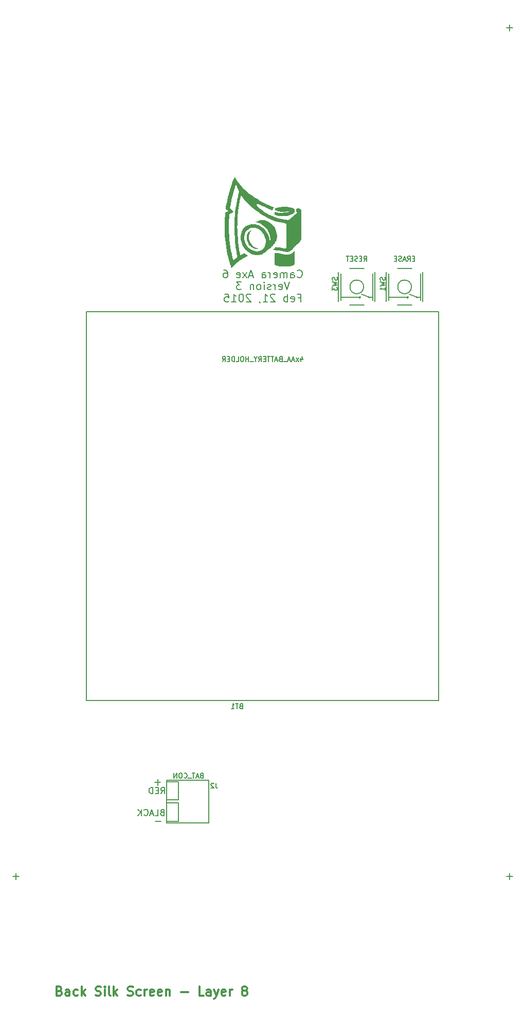
<source format=gbo>
G04 (created by PCBNEW (2013-07-07 BZR 4022)-stable) date 2/21/2016 2:52:37 PM*
%MOIN*%
G04 Gerber Fmt 3.4, Leading zero omitted, Abs format*
%FSLAX34Y34*%
G01*
G70*
G90*
G04 APERTURE LIST*
%ADD10C,0.00590551*%
%ADD11C,0.005*%
%ADD12C,0.0118*%
%ADD13C,0.008*%
%ADD14C,9.84252e-005*%
%ADD15C,0.0059*%
G04 APERTURE END LIST*
G54D10*
G54D11*
X42190Y-9011D02*
X41809Y-9011D01*
X42000Y-9202D02*
X42000Y-8821D01*
X10190Y-64011D02*
X9809Y-64011D01*
X10000Y-64202D02*
X10000Y-63821D01*
X42190Y-64011D02*
X41809Y-64011D01*
X42000Y-64202D02*
X42000Y-63821D01*
G54D12*
X12837Y-71429D02*
X12922Y-71457D01*
X12950Y-71485D01*
X12978Y-71542D01*
X12978Y-71626D01*
X12950Y-71682D01*
X12922Y-71711D01*
X12865Y-71739D01*
X12640Y-71739D01*
X12640Y-71148D01*
X12837Y-71148D01*
X12894Y-71176D01*
X12922Y-71204D01*
X12950Y-71260D01*
X12950Y-71317D01*
X12922Y-71373D01*
X12894Y-71401D01*
X12837Y-71429D01*
X12640Y-71429D01*
X13485Y-71739D02*
X13485Y-71429D01*
X13456Y-71373D01*
X13400Y-71345D01*
X13288Y-71345D01*
X13231Y-71373D01*
X13485Y-71711D02*
X13428Y-71739D01*
X13288Y-71739D01*
X13231Y-71711D01*
X13203Y-71654D01*
X13203Y-71598D01*
X13231Y-71542D01*
X13288Y-71514D01*
X13428Y-71514D01*
X13485Y-71485D01*
X14019Y-71711D02*
X13963Y-71739D01*
X13850Y-71739D01*
X13794Y-71711D01*
X13766Y-71682D01*
X13738Y-71626D01*
X13738Y-71457D01*
X13766Y-71401D01*
X13794Y-71373D01*
X13850Y-71345D01*
X13963Y-71345D01*
X14019Y-71373D01*
X14272Y-71739D02*
X14272Y-71148D01*
X14329Y-71514D02*
X14498Y-71739D01*
X14498Y-71345D02*
X14272Y-71570D01*
X15173Y-71711D02*
X15258Y-71739D01*
X15398Y-71739D01*
X15455Y-71711D01*
X15483Y-71682D01*
X15511Y-71626D01*
X15511Y-71570D01*
X15483Y-71514D01*
X15455Y-71485D01*
X15398Y-71457D01*
X15286Y-71429D01*
X15229Y-71401D01*
X15201Y-71373D01*
X15173Y-71317D01*
X15173Y-71260D01*
X15201Y-71204D01*
X15229Y-71176D01*
X15286Y-71148D01*
X15426Y-71148D01*
X15511Y-71176D01*
X15764Y-71739D02*
X15764Y-71345D01*
X15764Y-71148D02*
X15736Y-71176D01*
X15764Y-71204D01*
X15792Y-71176D01*
X15764Y-71148D01*
X15764Y-71204D01*
X16130Y-71739D02*
X16074Y-71711D01*
X16046Y-71654D01*
X16046Y-71148D01*
X16355Y-71739D02*
X16355Y-71148D01*
X16411Y-71514D02*
X16580Y-71739D01*
X16580Y-71345D02*
X16355Y-71570D01*
X17256Y-71711D02*
X17340Y-71739D01*
X17481Y-71739D01*
X17537Y-71711D01*
X17565Y-71682D01*
X17593Y-71626D01*
X17593Y-71570D01*
X17565Y-71514D01*
X17537Y-71485D01*
X17481Y-71457D01*
X17368Y-71429D01*
X17312Y-71401D01*
X17284Y-71373D01*
X17256Y-71317D01*
X17256Y-71260D01*
X17284Y-71204D01*
X17312Y-71176D01*
X17368Y-71148D01*
X17509Y-71148D01*
X17593Y-71176D01*
X18100Y-71711D02*
X18044Y-71739D01*
X17931Y-71739D01*
X17875Y-71711D01*
X17847Y-71682D01*
X17819Y-71626D01*
X17819Y-71457D01*
X17847Y-71401D01*
X17875Y-71373D01*
X17931Y-71345D01*
X18044Y-71345D01*
X18100Y-71373D01*
X18353Y-71739D02*
X18353Y-71345D01*
X18353Y-71457D02*
X18381Y-71401D01*
X18410Y-71373D01*
X18466Y-71345D01*
X18522Y-71345D01*
X18944Y-71711D02*
X18888Y-71739D01*
X18775Y-71739D01*
X18719Y-71711D01*
X18691Y-71654D01*
X18691Y-71429D01*
X18719Y-71373D01*
X18775Y-71345D01*
X18888Y-71345D01*
X18944Y-71373D01*
X18972Y-71429D01*
X18972Y-71485D01*
X18691Y-71542D01*
X19451Y-71711D02*
X19394Y-71739D01*
X19282Y-71739D01*
X19226Y-71711D01*
X19197Y-71654D01*
X19197Y-71429D01*
X19226Y-71373D01*
X19282Y-71345D01*
X19394Y-71345D01*
X19451Y-71373D01*
X19479Y-71429D01*
X19479Y-71485D01*
X19197Y-71542D01*
X19732Y-71345D02*
X19732Y-71739D01*
X19732Y-71401D02*
X19760Y-71373D01*
X19817Y-71345D01*
X19901Y-71345D01*
X19957Y-71373D01*
X19985Y-71429D01*
X19985Y-71739D01*
X20717Y-71514D02*
X21167Y-71514D01*
X22181Y-71739D02*
X21899Y-71739D01*
X21899Y-71148D01*
X22631Y-71739D02*
X22631Y-71429D01*
X22603Y-71373D01*
X22546Y-71345D01*
X22434Y-71345D01*
X22378Y-71373D01*
X22631Y-71711D02*
X22575Y-71739D01*
X22434Y-71739D01*
X22378Y-71711D01*
X22349Y-71654D01*
X22349Y-71598D01*
X22378Y-71542D01*
X22434Y-71514D01*
X22575Y-71514D01*
X22631Y-71485D01*
X22856Y-71345D02*
X22997Y-71739D01*
X23137Y-71345D02*
X22997Y-71739D01*
X22940Y-71879D01*
X22912Y-71908D01*
X22856Y-71936D01*
X23588Y-71711D02*
X23531Y-71739D01*
X23419Y-71739D01*
X23363Y-71711D01*
X23334Y-71654D01*
X23334Y-71429D01*
X23363Y-71373D01*
X23419Y-71345D01*
X23531Y-71345D01*
X23588Y-71373D01*
X23616Y-71429D01*
X23616Y-71485D01*
X23334Y-71542D01*
X23869Y-71739D02*
X23869Y-71345D01*
X23869Y-71457D02*
X23897Y-71401D01*
X23925Y-71373D01*
X23982Y-71345D01*
X24038Y-71345D01*
X24770Y-71401D02*
X24713Y-71373D01*
X24685Y-71345D01*
X24657Y-71288D01*
X24657Y-71260D01*
X24685Y-71204D01*
X24713Y-71176D01*
X24770Y-71148D01*
X24882Y-71148D01*
X24939Y-71176D01*
X24967Y-71204D01*
X24995Y-71260D01*
X24995Y-71288D01*
X24967Y-71345D01*
X24939Y-71373D01*
X24882Y-71401D01*
X24770Y-71401D01*
X24713Y-71429D01*
X24685Y-71457D01*
X24657Y-71514D01*
X24657Y-71626D01*
X24685Y-71682D01*
X24713Y-71711D01*
X24770Y-71739D01*
X24882Y-71739D01*
X24939Y-71711D01*
X24967Y-71682D01*
X24995Y-71626D01*
X24995Y-71514D01*
X24967Y-71457D01*
X24939Y-71429D01*
X24882Y-71401D01*
G54D13*
X19484Y-59852D02*
X19427Y-59871D01*
X19408Y-59890D01*
X19389Y-59928D01*
X19389Y-59985D01*
X19408Y-60023D01*
X19427Y-60042D01*
X19465Y-60061D01*
X19618Y-60061D01*
X19618Y-59661D01*
X19484Y-59661D01*
X19446Y-59680D01*
X19427Y-59700D01*
X19408Y-59738D01*
X19408Y-59776D01*
X19427Y-59814D01*
X19446Y-59833D01*
X19484Y-59852D01*
X19618Y-59852D01*
X19027Y-60061D02*
X19218Y-60061D01*
X19218Y-59661D01*
X18913Y-59947D02*
X18722Y-59947D01*
X18951Y-60061D02*
X18818Y-59661D01*
X18684Y-60061D01*
X18322Y-60023D02*
X18341Y-60042D01*
X18399Y-60061D01*
X18437Y-60061D01*
X18494Y-60042D01*
X18532Y-60004D01*
X18551Y-59966D01*
X18570Y-59890D01*
X18570Y-59833D01*
X18551Y-59757D01*
X18532Y-59719D01*
X18494Y-59680D01*
X18437Y-59661D01*
X18399Y-59661D01*
X18341Y-59680D01*
X18322Y-59700D01*
X18151Y-60061D02*
X18151Y-59661D01*
X17922Y-60061D02*
X18094Y-59833D01*
X17922Y-59661D02*
X18151Y-59890D01*
X19397Y-58641D02*
X19530Y-58451D01*
X19625Y-58641D02*
X19625Y-58241D01*
X19473Y-58241D01*
X19435Y-58260D01*
X19416Y-58280D01*
X19397Y-58318D01*
X19397Y-58375D01*
X19416Y-58413D01*
X19435Y-58432D01*
X19473Y-58451D01*
X19625Y-58451D01*
X19225Y-58432D02*
X19092Y-58432D01*
X19035Y-58641D02*
X19225Y-58641D01*
X19225Y-58241D01*
X19035Y-58241D01*
X18863Y-58641D02*
X18863Y-58241D01*
X18768Y-58241D01*
X18711Y-58260D01*
X18673Y-58299D01*
X18654Y-58337D01*
X18635Y-58413D01*
X18635Y-58470D01*
X18654Y-58546D01*
X18673Y-58584D01*
X18711Y-58622D01*
X18768Y-58641D01*
X18863Y-58641D01*
X19410Y-60431D02*
X19029Y-60431D01*
X19380Y-57911D02*
X18999Y-57911D01*
X19190Y-58102D02*
X19190Y-57721D01*
X28249Y-25154D02*
X28273Y-25178D01*
X28345Y-25202D01*
X28392Y-25202D01*
X28464Y-25178D01*
X28511Y-25130D01*
X28535Y-25083D01*
X28559Y-24988D01*
X28559Y-24916D01*
X28535Y-24821D01*
X28511Y-24773D01*
X28464Y-24726D01*
X28392Y-24702D01*
X28345Y-24702D01*
X28273Y-24726D01*
X28249Y-24750D01*
X27821Y-25202D02*
X27821Y-24940D01*
X27845Y-24892D01*
X27892Y-24869D01*
X27988Y-24869D01*
X28035Y-24892D01*
X27821Y-25178D02*
X27869Y-25202D01*
X27988Y-25202D01*
X28035Y-25178D01*
X28059Y-25130D01*
X28059Y-25083D01*
X28035Y-25035D01*
X27988Y-25011D01*
X27869Y-25011D01*
X27821Y-24988D01*
X27583Y-25202D02*
X27583Y-24869D01*
X27583Y-24916D02*
X27559Y-24892D01*
X27511Y-24869D01*
X27440Y-24869D01*
X27392Y-24892D01*
X27369Y-24940D01*
X27369Y-25202D01*
X27369Y-24940D02*
X27345Y-24892D01*
X27297Y-24869D01*
X27226Y-24869D01*
X27178Y-24892D01*
X27154Y-24940D01*
X27154Y-25202D01*
X26726Y-25178D02*
X26773Y-25202D01*
X26869Y-25202D01*
X26916Y-25178D01*
X26940Y-25130D01*
X26940Y-24940D01*
X26916Y-24892D01*
X26869Y-24869D01*
X26773Y-24869D01*
X26726Y-24892D01*
X26702Y-24940D01*
X26702Y-24988D01*
X26940Y-25035D01*
X26488Y-25202D02*
X26488Y-24869D01*
X26488Y-24964D02*
X26464Y-24916D01*
X26440Y-24892D01*
X26392Y-24869D01*
X26345Y-24869D01*
X25964Y-25202D02*
X25964Y-24940D01*
X25988Y-24892D01*
X26035Y-24869D01*
X26130Y-24869D01*
X26178Y-24892D01*
X25964Y-25178D02*
X26011Y-25202D01*
X26130Y-25202D01*
X26178Y-25178D01*
X26202Y-25130D01*
X26202Y-25083D01*
X26178Y-25035D01*
X26130Y-25011D01*
X26011Y-25011D01*
X25964Y-24988D01*
X25369Y-25059D02*
X25130Y-25059D01*
X25416Y-25202D02*
X25249Y-24702D01*
X25083Y-25202D01*
X24964Y-25202D02*
X24702Y-24869D01*
X24964Y-24869D02*
X24702Y-25202D01*
X24321Y-25178D02*
X24369Y-25202D01*
X24464Y-25202D01*
X24511Y-25178D01*
X24535Y-25130D01*
X24535Y-24940D01*
X24511Y-24892D01*
X24464Y-24869D01*
X24369Y-24869D01*
X24321Y-24892D01*
X24297Y-24940D01*
X24297Y-24988D01*
X24535Y-25035D01*
X23488Y-24702D02*
X23583Y-24702D01*
X23630Y-24726D01*
X23654Y-24750D01*
X23702Y-24821D01*
X23726Y-24916D01*
X23726Y-25107D01*
X23702Y-25154D01*
X23678Y-25178D01*
X23630Y-25202D01*
X23535Y-25202D01*
X23488Y-25178D01*
X23464Y-25154D01*
X23440Y-25107D01*
X23440Y-24988D01*
X23464Y-24940D01*
X23488Y-24916D01*
X23535Y-24892D01*
X23630Y-24892D01*
X23678Y-24916D01*
X23702Y-24940D01*
X23726Y-24988D01*
X27738Y-25482D02*
X27571Y-25982D01*
X27404Y-25482D01*
X27047Y-25958D02*
X27095Y-25982D01*
X27190Y-25982D01*
X27238Y-25958D01*
X27261Y-25910D01*
X27261Y-25720D01*
X27238Y-25672D01*
X27190Y-25649D01*
X27095Y-25649D01*
X27047Y-25672D01*
X27023Y-25720D01*
X27023Y-25768D01*
X27261Y-25815D01*
X26809Y-25982D02*
X26809Y-25649D01*
X26809Y-25744D02*
X26785Y-25696D01*
X26761Y-25672D01*
X26714Y-25649D01*
X26666Y-25649D01*
X26523Y-25958D02*
X26476Y-25982D01*
X26380Y-25982D01*
X26333Y-25958D01*
X26309Y-25910D01*
X26309Y-25887D01*
X26333Y-25839D01*
X26380Y-25815D01*
X26452Y-25815D01*
X26500Y-25791D01*
X26523Y-25744D01*
X26523Y-25720D01*
X26500Y-25672D01*
X26452Y-25649D01*
X26380Y-25649D01*
X26333Y-25672D01*
X26095Y-25982D02*
X26095Y-25649D01*
X26095Y-25482D02*
X26119Y-25506D01*
X26095Y-25530D01*
X26071Y-25506D01*
X26095Y-25482D01*
X26095Y-25530D01*
X25785Y-25982D02*
X25833Y-25958D01*
X25857Y-25934D01*
X25880Y-25887D01*
X25880Y-25744D01*
X25857Y-25696D01*
X25833Y-25672D01*
X25785Y-25649D01*
X25714Y-25649D01*
X25666Y-25672D01*
X25642Y-25696D01*
X25619Y-25744D01*
X25619Y-25887D01*
X25642Y-25934D01*
X25666Y-25958D01*
X25714Y-25982D01*
X25785Y-25982D01*
X25404Y-25649D02*
X25404Y-25982D01*
X25404Y-25696D02*
X25380Y-25672D01*
X25333Y-25649D01*
X25261Y-25649D01*
X25214Y-25672D01*
X25190Y-25720D01*
X25190Y-25982D01*
X24619Y-25482D02*
X24309Y-25482D01*
X24476Y-25672D01*
X24404Y-25672D01*
X24357Y-25696D01*
X24333Y-25720D01*
X24309Y-25768D01*
X24309Y-25887D01*
X24333Y-25934D01*
X24357Y-25958D01*
X24404Y-25982D01*
X24547Y-25982D01*
X24595Y-25958D01*
X24619Y-25934D01*
X28297Y-26500D02*
X28464Y-26500D01*
X28464Y-26762D02*
X28464Y-26262D01*
X28226Y-26262D01*
X27845Y-26738D02*
X27892Y-26762D01*
X27988Y-26762D01*
X28035Y-26738D01*
X28059Y-26690D01*
X28059Y-26500D01*
X28035Y-26452D01*
X27988Y-26429D01*
X27892Y-26429D01*
X27845Y-26452D01*
X27821Y-26500D01*
X27821Y-26548D01*
X28059Y-26595D01*
X27607Y-26762D02*
X27607Y-26262D01*
X27607Y-26452D02*
X27559Y-26429D01*
X27464Y-26429D01*
X27416Y-26452D01*
X27392Y-26476D01*
X27369Y-26524D01*
X27369Y-26667D01*
X27392Y-26714D01*
X27416Y-26738D01*
X27464Y-26762D01*
X27559Y-26762D01*
X27607Y-26738D01*
X26797Y-26310D02*
X26773Y-26286D01*
X26726Y-26262D01*
X26607Y-26262D01*
X26559Y-26286D01*
X26535Y-26310D01*
X26511Y-26357D01*
X26511Y-26405D01*
X26535Y-26476D01*
X26821Y-26762D01*
X26511Y-26762D01*
X26035Y-26762D02*
X26321Y-26762D01*
X26178Y-26762D02*
X26178Y-26262D01*
X26226Y-26333D01*
X26273Y-26381D01*
X26321Y-26405D01*
X25797Y-26738D02*
X25797Y-26762D01*
X25821Y-26810D01*
X25845Y-26833D01*
X25226Y-26310D02*
X25202Y-26286D01*
X25154Y-26262D01*
X25035Y-26262D01*
X24988Y-26286D01*
X24964Y-26310D01*
X24940Y-26357D01*
X24940Y-26405D01*
X24964Y-26476D01*
X25250Y-26762D01*
X24940Y-26762D01*
X24630Y-26262D02*
X24583Y-26262D01*
X24535Y-26286D01*
X24511Y-26310D01*
X24488Y-26357D01*
X24464Y-26452D01*
X24464Y-26571D01*
X24488Y-26667D01*
X24511Y-26714D01*
X24535Y-26738D01*
X24583Y-26762D01*
X24630Y-26762D01*
X24678Y-26738D01*
X24702Y-26714D01*
X24726Y-26667D01*
X24750Y-26571D01*
X24750Y-26452D01*
X24726Y-26357D01*
X24702Y-26310D01*
X24678Y-26286D01*
X24630Y-26262D01*
X23988Y-26762D02*
X24273Y-26762D01*
X24130Y-26762D02*
X24130Y-26262D01*
X24178Y-26333D01*
X24226Y-26381D01*
X24273Y-26405D01*
X23535Y-26262D02*
X23773Y-26262D01*
X23797Y-26500D01*
X23773Y-26476D01*
X23726Y-26452D01*
X23607Y-26452D01*
X23559Y-26476D01*
X23535Y-26500D01*
X23511Y-26548D01*
X23511Y-26667D01*
X23535Y-26714D01*
X23559Y-26738D01*
X23607Y-26762D01*
X23726Y-26762D01*
X23773Y-26738D01*
X23797Y-26714D01*
G54D14*
G36*
X23535Y-21872D02*
X23535Y-21982D01*
X23537Y-22087D01*
X23539Y-22119D01*
X23540Y-22172D01*
X23542Y-22224D01*
X23542Y-22272D01*
X23545Y-22312D01*
X23545Y-22347D01*
X23547Y-22370D01*
X23547Y-22385D01*
X23547Y-22385D01*
X23550Y-22405D01*
X23550Y-22434D01*
X23554Y-22465D01*
X23554Y-22479D01*
X23572Y-22712D01*
X23597Y-22950D01*
X23630Y-23192D01*
X23672Y-23435D01*
X23720Y-23675D01*
X23774Y-23910D01*
X23812Y-24055D01*
X23812Y-21905D01*
X23812Y-21829D01*
X23812Y-21754D01*
X23814Y-21682D01*
X23815Y-21615D01*
X23815Y-21559D01*
X23817Y-21509D01*
X23819Y-21492D01*
X23822Y-21430D01*
X23825Y-21370D01*
X23829Y-21314D01*
X23832Y-21259D01*
X23835Y-21210D01*
X23840Y-21165D01*
X23842Y-21130D01*
X23845Y-21102D01*
X23849Y-21085D01*
X23850Y-21080D01*
X23857Y-21074D01*
X23875Y-21064D01*
X23897Y-21050D01*
X23924Y-21035D01*
X23925Y-21034D01*
X23960Y-21015D01*
X23995Y-20995D01*
X24029Y-20975D01*
X24050Y-20965D01*
X24105Y-20934D01*
X23997Y-20824D01*
X23887Y-20715D01*
X23905Y-20592D01*
X23915Y-20534D01*
X23924Y-20480D01*
X23932Y-20430D01*
X23940Y-20380D01*
X23950Y-20330D01*
X23962Y-20277D01*
X23974Y-20220D01*
X23987Y-20157D01*
X24004Y-20084D01*
X24017Y-20025D01*
X24040Y-19930D01*
X24060Y-19845D01*
X24079Y-19770D01*
X24095Y-19700D01*
X24112Y-19639D01*
X24127Y-19580D01*
X24144Y-19525D01*
X24160Y-19472D01*
X24177Y-19417D01*
X24197Y-19360D01*
X24217Y-19302D01*
X24219Y-19297D01*
X24234Y-19254D01*
X24247Y-19220D01*
X24257Y-19197D01*
X24264Y-19184D01*
X24270Y-19177D01*
X24272Y-19175D01*
X24277Y-19180D01*
X24282Y-19197D01*
X24290Y-19219D01*
X24300Y-19245D01*
X24327Y-19317D01*
X24357Y-19395D01*
X24392Y-19475D01*
X24429Y-19550D01*
X24432Y-19557D01*
X24472Y-19635D01*
X24452Y-19702D01*
X24392Y-19937D01*
X24337Y-20182D01*
X24290Y-20435D01*
X24250Y-20700D01*
X24217Y-20974D01*
X24192Y-21257D01*
X24187Y-21327D01*
X24185Y-21370D01*
X24182Y-21422D01*
X24180Y-21485D01*
X24179Y-21555D01*
X24177Y-21630D01*
X24177Y-21710D01*
X24175Y-21792D01*
X24175Y-21875D01*
X24175Y-21959D01*
X24175Y-22040D01*
X24175Y-22119D01*
X24177Y-22192D01*
X24179Y-22259D01*
X24180Y-22317D01*
X24182Y-22365D01*
X24184Y-22395D01*
X24187Y-22440D01*
X24190Y-22490D01*
X24194Y-22540D01*
X24197Y-22584D01*
X24197Y-22602D01*
X24209Y-22774D01*
X24222Y-22935D01*
X24237Y-23087D01*
X24252Y-23232D01*
X24272Y-23372D01*
X24292Y-23510D01*
X24304Y-23579D01*
X24310Y-23622D01*
X24319Y-23667D01*
X24327Y-23712D01*
X24335Y-23755D01*
X24342Y-23792D01*
X24349Y-23825D01*
X24352Y-23849D01*
X24357Y-23862D01*
X24357Y-23862D01*
X24355Y-23870D01*
X24345Y-23880D01*
X24327Y-23895D01*
X24299Y-23915D01*
X24292Y-23920D01*
X24259Y-23944D01*
X24220Y-23970D01*
X24184Y-23999D01*
X24160Y-24015D01*
X24135Y-24035D01*
X24115Y-24049D01*
X24100Y-24059D01*
X24092Y-24062D01*
X24090Y-24062D01*
X24089Y-24055D01*
X24084Y-24037D01*
X24075Y-24012D01*
X24067Y-23979D01*
X24057Y-23940D01*
X24049Y-23905D01*
X23995Y-23675D01*
X23950Y-23445D01*
X23910Y-23214D01*
X23877Y-22977D01*
X23850Y-22735D01*
X23830Y-22487D01*
X23819Y-22282D01*
X23817Y-22240D01*
X23815Y-22185D01*
X23814Y-22122D01*
X23812Y-22055D01*
X23812Y-21980D01*
X23812Y-21905D01*
X23812Y-24055D01*
X23834Y-24135D01*
X23837Y-24150D01*
X23845Y-24179D01*
X23857Y-24214D01*
X23869Y-24252D01*
X23882Y-24297D01*
X23897Y-24342D01*
X23912Y-24385D01*
X23925Y-24430D01*
X23940Y-24469D01*
X23950Y-24505D01*
X23960Y-24532D01*
X23967Y-24552D01*
X23972Y-24562D01*
X23972Y-24562D01*
X23977Y-24564D01*
X23990Y-24557D01*
X24007Y-24540D01*
X24015Y-24532D01*
X24132Y-24417D01*
X24245Y-24310D01*
X24360Y-24214D01*
X24479Y-24122D01*
X24600Y-24037D01*
X24710Y-23965D01*
X24742Y-23947D01*
X24780Y-23925D01*
X24824Y-23900D01*
X24869Y-23875D01*
X24914Y-23850D01*
X24955Y-23827D01*
X24992Y-23809D01*
X25020Y-23795D01*
X25020Y-23795D01*
X25037Y-23787D01*
X25047Y-23780D01*
X25049Y-23779D01*
X25042Y-23775D01*
X25029Y-23765D01*
X25009Y-23752D01*
X24992Y-23740D01*
X24962Y-23719D01*
X24929Y-23694D01*
X24899Y-23670D01*
X24890Y-23662D01*
X24870Y-23645D01*
X24852Y-23630D01*
X24839Y-23620D01*
X24835Y-23617D01*
X24827Y-23617D01*
X24810Y-23624D01*
X24787Y-23635D01*
X24757Y-23649D01*
X24722Y-23665D01*
X24687Y-23682D01*
X24650Y-23702D01*
X24615Y-23720D01*
X24602Y-23727D01*
X24582Y-23739D01*
X24567Y-23747D01*
X24560Y-23750D01*
X24560Y-23750D01*
X24559Y-23747D01*
X24555Y-23737D01*
X24550Y-23719D01*
X24545Y-23692D01*
X24537Y-23655D01*
X24527Y-23607D01*
X24520Y-23579D01*
X24479Y-23350D01*
X24442Y-23124D01*
X24412Y-22895D01*
X24390Y-22662D01*
X24372Y-22424D01*
X24360Y-22177D01*
X24359Y-22107D01*
X24357Y-22062D01*
X24357Y-22019D01*
X24355Y-21980D01*
X24355Y-21942D01*
X24355Y-21904D01*
X24355Y-21864D01*
X24357Y-21820D01*
X24357Y-21775D01*
X24359Y-21722D01*
X24360Y-21662D01*
X24362Y-21595D01*
X24365Y-21517D01*
X24369Y-21445D01*
X24375Y-21312D01*
X24385Y-21172D01*
X24399Y-21025D01*
X24415Y-20872D01*
X24434Y-20720D01*
X24450Y-20609D01*
X24460Y-20545D01*
X24470Y-20477D01*
X24482Y-20407D01*
X24495Y-20337D01*
X24507Y-20269D01*
X24520Y-20202D01*
X24534Y-20137D01*
X24547Y-20079D01*
X24559Y-20025D01*
X24570Y-19979D01*
X24580Y-19940D01*
X24589Y-19910D01*
X24597Y-19892D01*
X24597Y-19892D01*
X24612Y-19865D01*
X24670Y-19947D01*
X24785Y-20102D01*
X24912Y-20252D01*
X25050Y-20402D01*
X25199Y-20547D01*
X25355Y-20687D01*
X25520Y-20822D01*
X25695Y-20952D01*
X25875Y-21075D01*
X25987Y-21145D01*
X26167Y-21250D01*
X26349Y-21345D01*
X26532Y-21427D01*
X26717Y-21500D01*
X26907Y-21562D01*
X27104Y-21615D01*
X27307Y-21657D01*
X27427Y-21680D01*
X27465Y-21685D01*
X27492Y-21692D01*
X27510Y-21697D01*
X27522Y-21704D01*
X27530Y-21710D01*
X27535Y-21717D01*
X27535Y-21725D01*
X27537Y-21745D01*
X27537Y-21775D01*
X27537Y-21815D01*
X27539Y-21862D01*
X27540Y-21919D01*
X27540Y-21982D01*
X27540Y-22050D01*
X27540Y-22125D01*
X27540Y-22202D01*
X27540Y-22284D01*
X27540Y-22367D01*
X27540Y-22450D01*
X27540Y-22535D01*
X27540Y-22620D01*
X27540Y-22702D01*
X27540Y-22782D01*
X27540Y-22859D01*
X27540Y-22930D01*
X27539Y-22997D01*
X27539Y-23057D01*
X27537Y-23110D01*
X27537Y-23155D01*
X27537Y-23192D01*
X27535Y-23219D01*
X27535Y-23234D01*
X27534Y-23237D01*
X27522Y-23264D01*
X27502Y-23285D01*
X27477Y-23302D01*
X27464Y-23305D01*
X27444Y-23307D01*
X27412Y-23302D01*
X27370Y-23295D01*
X27362Y-23294D01*
X27252Y-23272D01*
X27142Y-23255D01*
X27037Y-23242D01*
X26937Y-23232D01*
X26905Y-23230D01*
X26840Y-23225D01*
X26794Y-23270D01*
X26770Y-23292D01*
X26740Y-23320D01*
X26709Y-23347D01*
X26690Y-23362D01*
X26630Y-23410D01*
X26740Y-23415D01*
X26912Y-23427D01*
X27077Y-23445D01*
X27237Y-23472D01*
X27387Y-23505D01*
X27435Y-23517D01*
X27472Y-23525D01*
X27502Y-23532D01*
X27527Y-23535D01*
X27550Y-23537D01*
X27570Y-23539D01*
X27577Y-23539D01*
X27640Y-23534D01*
X27700Y-23520D01*
X27757Y-23497D01*
X27757Y-23497D01*
X27774Y-23487D01*
X27789Y-23479D01*
X27805Y-23467D01*
X27822Y-23454D01*
X27842Y-23435D01*
X27865Y-23412D01*
X27895Y-23385D01*
X27930Y-23349D01*
X27970Y-23305D01*
X27985Y-23290D01*
X28014Y-23262D01*
X28047Y-23227D01*
X28087Y-23185D01*
X28129Y-23142D01*
X28172Y-23097D01*
X28214Y-23054D01*
X28237Y-23029D01*
X28290Y-22975D01*
X28334Y-22930D01*
X28370Y-22892D01*
X28400Y-22860D01*
X28425Y-22832D01*
X28445Y-22810D01*
X28460Y-22792D01*
X28472Y-22777D01*
X28480Y-22764D01*
X28487Y-22752D01*
X28492Y-22740D01*
X28497Y-22727D01*
X28502Y-22712D01*
X28502Y-22709D01*
X28505Y-22704D01*
X28507Y-22697D01*
X28507Y-22690D01*
X28509Y-22682D01*
X28510Y-22672D01*
X28510Y-22657D01*
X28512Y-22640D01*
X28512Y-22619D01*
X28514Y-22592D01*
X28514Y-22560D01*
X28515Y-22522D01*
X28515Y-22479D01*
X28515Y-22427D01*
X28515Y-22367D01*
X28515Y-22300D01*
X28517Y-22222D01*
X28517Y-22135D01*
X28517Y-22039D01*
X28517Y-21930D01*
X28517Y-21810D01*
X28517Y-21770D01*
X28520Y-20870D01*
X28504Y-20835D01*
X28477Y-20790D01*
X28444Y-20757D01*
X28405Y-20734D01*
X28359Y-20720D01*
X28340Y-20719D01*
X28320Y-20719D01*
X28292Y-20720D01*
X28262Y-20722D01*
X28232Y-20725D01*
X28205Y-20727D01*
X28185Y-20730D01*
X28172Y-20735D01*
X28170Y-20735D01*
X28169Y-20742D01*
X28167Y-20760D01*
X28167Y-20785D01*
X28167Y-20817D01*
X28167Y-20845D01*
X28169Y-20885D01*
X28170Y-20912D01*
X28170Y-20930D01*
X28172Y-20942D01*
X28175Y-20947D01*
X28177Y-20950D01*
X28182Y-20949D01*
X28202Y-20949D01*
X28220Y-20955D01*
X28230Y-20965D01*
X28232Y-20982D01*
X28227Y-21000D01*
X28212Y-21017D01*
X28205Y-21024D01*
X28194Y-21032D01*
X28175Y-21045D01*
X28155Y-21062D01*
X28152Y-21067D01*
X28137Y-21080D01*
X28114Y-21100D01*
X28085Y-21125D01*
X28050Y-21155D01*
X28014Y-21185D01*
X27977Y-21217D01*
X27940Y-21250D01*
X27907Y-21279D01*
X27877Y-21304D01*
X27852Y-21325D01*
X27839Y-21335D01*
X27819Y-21352D01*
X27795Y-21372D01*
X27772Y-21392D01*
X27770Y-21395D01*
X27745Y-21412D01*
X27720Y-21430D01*
X27697Y-21442D01*
X27697Y-21444D01*
X27679Y-21452D01*
X27662Y-21455D01*
X27644Y-21459D01*
X27619Y-21460D01*
X27597Y-21460D01*
X27540Y-21457D01*
X27472Y-21450D01*
X27399Y-21439D01*
X27317Y-21425D01*
X27230Y-21407D01*
X27142Y-21385D01*
X27052Y-21362D01*
X26962Y-21337D01*
X26875Y-21310D01*
X26790Y-21282D01*
X26764Y-21272D01*
X26702Y-21247D01*
X26632Y-21217D01*
X26555Y-21180D01*
X26472Y-21140D01*
X26387Y-21095D01*
X26300Y-21047D01*
X26212Y-20999D01*
X26149Y-20960D01*
X26034Y-20890D01*
X25932Y-20817D01*
X25840Y-20745D01*
X25757Y-20670D01*
X25732Y-20645D01*
X25687Y-20599D01*
X25652Y-20557D01*
X25629Y-20520D01*
X25615Y-20489D01*
X25612Y-20462D01*
X25615Y-20452D01*
X25625Y-20437D01*
X25640Y-20429D01*
X25660Y-20425D01*
X25690Y-20427D01*
X25725Y-20435D01*
X25769Y-20450D01*
X25820Y-20470D01*
X25882Y-20497D01*
X25952Y-20530D01*
X26017Y-20564D01*
X26139Y-20624D01*
X26255Y-20679D01*
X26364Y-20730D01*
X26465Y-20774D01*
X26550Y-20810D01*
X26582Y-20822D01*
X26610Y-20834D01*
X26632Y-20842D01*
X26645Y-20847D01*
X26647Y-20847D01*
X26650Y-20842D01*
X26650Y-20827D01*
X26652Y-20805D01*
X26654Y-20802D01*
X26660Y-20757D01*
X26677Y-20715D01*
X26705Y-20675D01*
X26707Y-20672D01*
X26727Y-20647D01*
X26620Y-20605D01*
X26420Y-20522D01*
X26224Y-20434D01*
X26030Y-20335D01*
X25842Y-20232D01*
X25657Y-20122D01*
X25479Y-20007D01*
X25307Y-19889D01*
X25145Y-19765D01*
X24992Y-19637D01*
X24849Y-19507D01*
X24715Y-19377D01*
X24677Y-19337D01*
X24590Y-19237D01*
X24510Y-19144D01*
X24440Y-19052D01*
X24377Y-18962D01*
X24320Y-18872D01*
X24267Y-18779D01*
X24252Y-18750D01*
X24205Y-18660D01*
X24170Y-18735D01*
X24085Y-18925D01*
X24005Y-19125D01*
X23930Y-19335D01*
X23860Y-19552D01*
X23797Y-19777D01*
X23740Y-20007D01*
X23690Y-20242D01*
X23647Y-20480D01*
X23622Y-20640D01*
X23617Y-20680D01*
X23612Y-20709D01*
X23610Y-20729D01*
X23610Y-20742D01*
X23610Y-20750D01*
X23614Y-20755D01*
X23617Y-20759D01*
X23617Y-20760D01*
X23647Y-20780D01*
X23679Y-20802D01*
X23707Y-20822D01*
X23735Y-20842D01*
X23757Y-20860D01*
X23772Y-20872D01*
X23780Y-20880D01*
X23782Y-20882D01*
X23775Y-20887D01*
X23760Y-20897D01*
X23737Y-20910D01*
X23710Y-20925D01*
X23684Y-20939D01*
X23652Y-20955D01*
X23625Y-20970D01*
X23602Y-20982D01*
X23587Y-20990D01*
X23582Y-20995D01*
X23580Y-21002D01*
X23577Y-21022D01*
X23574Y-21050D01*
X23570Y-21090D01*
X23567Y-21135D01*
X23562Y-21189D01*
X23557Y-21247D01*
X23554Y-21309D01*
X23550Y-21345D01*
X23545Y-21437D01*
X23542Y-21540D01*
X23539Y-21647D01*
X23537Y-21760D01*
X23535Y-21872D01*
X23535Y-21872D01*
X23535Y-21872D01*
G37*
G36*
X26764Y-24335D02*
X26789Y-24360D01*
X26824Y-24385D01*
X26870Y-24410D01*
X26930Y-24430D01*
X27002Y-24450D01*
X27085Y-24465D01*
X27145Y-24475D01*
X27177Y-24477D01*
X27217Y-24480D01*
X27267Y-24482D01*
X27320Y-24485D01*
X27375Y-24487D01*
X27430Y-24487D01*
X27484Y-24487D01*
X27530Y-24487D01*
X27570Y-24485D01*
X27594Y-24484D01*
X27685Y-24474D01*
X27767Y-24460D01*
X27840Y-24445D01*
X27905Y-24427D01*
X27960Y-24405D01*
X28005Y-24382D01*
X28037Y-24357D01*
X28039Y-24355D01*
X28060Y-24334D01*
X28062Y-23900D01*
X28062Y-23467D01*
X28009Y-23524D01*
X27974Y-23559D01*
X27944Y-23587D01*
X27917Y-23610D01*
X27889Y-23627D01*
X27860Y-23645D01*
X27857Y-23647D01*
X27780Y-23682D01*
X27702Y-23705D01*
X27622Y-23717D01*
X27575Y-23720D01*
X27554Y-23720D01*
X27532Y-23719D01*
X27512Y-23717D01*
X27487Y-23712D01*
X27459Y-23707D01*
X27422Y-23697D01*
X27375Y-23687D01*
X27370Y-23685D01*
X27257Y-23660D01*
X27152Y-23640D01*
X27052Y-23624D01*
X26952Y-23612D01*
X26850Y-23604D01*
X26837Y-23602D01*
X26764Y-23599D01*
X26764Y-23967D01*
X26764Y-24335D01*
X26764Y-24335D01*
X26764Y-24335D01*
G37*
G36*
X24580Y-22635D02*
X24580Y-22672D01*
X24582Y-22702D01*
X24584Y-22727D01*
X24587Y-22750D01*
X24590Y-22772D01*
X24595Y-22799D01*
X24597Y-22805D01*
X24627Y-22920D01*
X24667Y-23032D01*
X24717Y-23137D01*
X24775Y-23235D01*
X24810Y-23282D01*
X24810Y-22630D01*
X24812Y-22537D01*
X24825Y-22447D01*
X24849Y-22362D01*
X24875Y-22297D01*
X24917Y-22222D01*
X24967Y-22155D01*
X25025Y-22097D01*
X25092Y-22050D01*
X25165Y-22012D01*
X25245Y-21984D01*
X25285Y-21975D01*
X25335Y-21970D01*
X25389Y-21969D01*
X25442Y-21970D01*
X25492Y-21975D01*
X25535Y-21982D01*
X25625Y-22010D01*
X25710Y-22049D01*
X25792Y-22097D01*
X25867Y-22155D01*
X25925Y-22209D01*
X25982Y-22270D01*
X26030Y-22332D01*
X26072Y-22399D01*
X26109Y-22467D01*
X26149Y-22562D01*
X26179Y-22660D01*
X26197Y-22757D01*
X26204Y-22852D01*
X26199Y-22947D01*
X26182Y-23040D01*
X26170Y-23085D01*
X26140Y-23162D01*
X26102Y-23232D01*
X26055Y-23297D01*
X26010Y-23344D01*
X25947Y-23397D01*
X25879Y-23439D01*
X25805Y-23470D01*
X25727Y-23490D01*
X25645Y-23497D01*
X25560Y-23494D01*
X25490Y-23482D01*
X25397Y-23457D01*
X25309Y-23419D01*
X25224Y-23370D01*
X25144Y-23309D01*
X25075Y-23244D01*
X25009Y-23167D01*
X24950Y-23085D01*
X24904Y-22997D01*
X24865Y-22907D01*
X24837Y-22817D01*
X24817Y-22722D01*
X24810Y-22630D01*
X24810Y-23282D01*
X24842Y-23327D01*
X24917Y-23412D01*
X24999Y-23489D01*
X25087Y-23557D01*
X25180Y-23615D01*
X25279Y-23665D01*
X25380Y-23702D01*
X25472Y-23725D01*
X25514Y-23732D01*
X25562Y-23737D01*
X25614Y-23740D01*
X25664Y-23740D01*
X25710Y-23740D01*
X25744Y-23737D01*
X25837Y-23720D01*
X25925Y-23692D01*
X26010Y-23654D01*
X26087Y-23605D01*
X26115Y-23585D01*
X26125Y-23575D01*
X26135Y-23567D01*
X26147Y-23559D01*
X26159Y-23549D01*
X26172Y-23537D01*
X26190Y-23522D01*
X26212Y-23504D01*
X26239Y-23480D01*
X26272Y-23452D01*
X26312Y-23417D01*
X26360Y-23375D01*
X26377Y-23362D01*
X26419Y-23327D01*
X26459Y-23292D01*
X26497Y-23259D01*
X26532Y-23229D01*
X26562Y-23204D01*
X26585Y-23185D01*
X26590Y-23180D01*
X26674Y-23102D01*
X26745Y-23022D01*
X26807Y-22937D01*
X26855Y-22850D01*
X26892Y-22759D01*
X26919Y-22665D01*
X26922Y-22637D01*
X26927Y-22594D01*
X26930Y-22542D01*
X26930Y-22485D01*
X26927Y-22427D01*
X26922Y-22372D01*
X26915Y-22322D01*
X26912Y-22312D01*
X26882Y-22197D01*
X26842Y-22089D01*
X26790Y-21987D01*
X26727Y-21890D01*
X26655Y-21800D01*
X26592Y-21737D01*
X26507Y-21665D01*
X26417Y-21602D01*
X26320Y-21552D01*
X26219Y-21512D01*
X26127Y-21487D01*
X26100Y-21484D01*
X26067Y-21480D01*
X26025Y-21479D01*
X25982Y-21479D01*
X25937Y-21479D01*
X25894Y-21480D01*
X25855Y-21482D01*
X25824Y-21487D01*
X25807Y-21490D01*
X25790Y-21495D01*
X25765Y-21504D01*
X25737Y-21515D01*
X25705Y-21527D01*
X25670Y-21540D01*
X25637Y-21552D01*
X25607Y-21565D01*
X25580Y-21577D01*
X25562Y-21585D01*
X25550Y-21590D01*
X25549Y-21592D01*
X25555Y-21595D01*
X25572Y-21599D01*
X25590Y-21602D01*
X25692Y-21632D01*
X25792Y-21672D01*
X25890Y-21722D01*
X25985Y-21784D01*
X26014Y-21805D01*
X26054Y-21837D01*
X26097Y-21877D01*
X26142Y-21922D01*
X26187Y-21970D01*
X26227Y-22015D01*
X26259Y-22055D01*
X26325Y-22155D01*
X26382Y-22255D01*
X26427Y-22362D01*
X26462Y-22474D01*
X26482Y-22555D01*
X26487Y-22585D01*
X26492Y-22612D01*
X26495Y-22637D01*
X26497Y-22667D01*
X26499Y-22700D01*
X26499Y-22742D01*
X26499Y-22755D01*
X26499Y-22802D01*
X26497Y-22840D01*
X26497Y-22870D01*
X26494Y-22897D01*
X26490Y-22922D01*
X26487Y-22935D01*
X26475Y-22995D01*
X26470Y-22882D01*
X26465Y-22797D01*
X26455Y-22720D01*
X26440Y-22645D01*
X26419Y-22569D01*
X26410Y-22540D01*
X26365Y-22432D01*
X26312Y-22327D01*
X26250Y-22229D01*
X26177Y-22137D01*
X26099Y-22052D01*
X26012Y-21975D01*
X25922Y-21909D01*
X25825Y-21850D01*
X25724Y-21802D01*
X25617Y-21765D01*
X25547Y-21747D01*
X25500Y-21740D01*
X25445Y-21735D01*
X25387Y-21732D01*
X25330Y-21730D01*
X25277Y-21732D01*
X25230Y-21737D01*
X25229Y-21739D01*
X25135Y-21760D01*
X25047Y-21792D01*
X24965Y-21835D01*
X24887Y-21889D01*
X24817Y-21950D01*
X24755Y-22022D01*
X24702Y-22102D01*
X24655Y-22189D01*
X24624Y-22270D01*
X24610Y-22315D01*
X24599Y-22357D01*
X24590Y-22397D01*
X24585Y-22440D01*
X24582Y-22487D01*
X24580Y-22542D01*
X24580Y-22587D01*
X24580Y-22635D01*
X24580Y-22635D01*
X24580Y-22635D01*
G37*
G36*
X26764Y-21025D02*
X26764Y-21065D01*
X26765Y-21092D01*
X26767Y-21110D01*
X26770Y-21120D01*
X26772Y-21120D01*
X26782Y-21125D01*
X26802Y-21135D01*
X26830Y-21145D01*
X26860Y-21155D01*
X26892Y-21167D01*
X26924Y-21177D01*
X26950Y-21184D01*
X27015Y-21199D01*
X27080Y-21210D01*
X27147Y-21217D01*
X27220Y-21222D01*
X27270Y-21224D01*
X27312Y-21225D01*
X27355Y-21225D01*
X27395Y-21224D01*
X27429Y-21222D01*
X27450Y-21220D01*
X27557Y-21205D01*
X27660Y-21180D01*
X27759Y-21149D01*
X27850Y-21110D01*
X27932Y-21065D01*
X28004Y-21017D01*
X28064Y-20972D01*
X28062Y-20870D01*
X28060Y-20767D01*
X28037Y-20745D01*
X28007Y-20720D01*
X27965Y-20697D01*
X27912Y-20677D01*
X27850Y-20659D01*
X27780Y-20644D01*
X27704Y-20630D01*
X27620Y-20622D01*
X27532Y-20615D01*
X27440Y-20612D01*
X27347Y-20614D01*
X27240Y-20619D01*
X27140Y-20627D01*
X27050Y-20642D01*
X26970Y-20659D01*
X26902Y-20679D01*
X26844Y-20704D01*
X26814Y-20720D01*
X26797Y-20732D01*
X26790Y-20742D01*
X26789Y-20755D01*
X26795Y-20782D01*
X26812Y-20809D01*
X26842Y-20834D01*
X26882Y-20857D01*
X26934Y-20880D01*
X26994Y-20900D01*
X26995Y-20900D01*
X27074Y-20919D01*
X27162Y-20930D01*
X27257Y-20937D01*
X27362Y-20937D01*
X27475Y-20930D01*
X27599Y-20919D01*
X27732Y-20900D01*
X27759Y-20895D01*
X27782Y-20892D01*
X27802Y-20889D01*
X27812Y-20889D01*
X27814Y-20889D01*
X27810Y-20892D01*
X27795Y-20897D01*
X27772Y-20905D01*
X27744Y-20912D01*
X27710Y-20922D01*
X27672Y-20932D01*
X27634Y-20942D01*
X27595Y-20950D01*
X27559Y-20959D01*
X27527Y-20965D01*
X27512Y-20967D01*
X27467Y-20975D01*
X27425Y-20982D01*
X27389Y-20987D01*
X27350Y-20990D01*
X27310Y-20992D01*
X27265Y-20992D01*
X27212Y-20994D01*
X27162Y-20994D01*
X27097Y-20994D01*
X27044Y-20992D01*
X26997Y-20990D01*
X26959Y-20987D01*
X26925Y-20982D01*
X26892Y-20977D01*
X26860Y-20969D01*
X26827Y-20957D01*
X26815Y-20955D01*
X26764Y-20937D01*
X26764Y-21025D01*
X26764Y-21025D01*
X26764Y-21025D01*
G37*
G36*
X24957Y-22567D02*
X24959Y-22654D01*
X24970Y-22742D01*
X24992Y-22827D01*
X25025Y-22910D01*
X25065Y-22987D01*
X25115Y-23062D01*
X25172Y-23129D01*
X25235Y-23190D01*
X25305Y-23240D01*
X25379Y-23284D01*
X25457Y-23315D01*
X25477Y-23322D01*
X25504Y-23327D01*
X25537Y-23332D01*
X25575Y-23335D01*
X25612Y-23337D01*
X25647Y-23339D01*
X25674Y-23337D01*
X25682Y-23335D01*
X25700Y-23332D01*
X25707Y-23327D01*
X25702Y-23324D01*
X25685Y-23319D01*
X25667Y-23314D01*
X25592Y-23290D01*
X25517Y-23254D01*
X25445Y-23207D01*
X25379Y-23152D01*
X25317Y-23087D01*
X25260Y-23017D01*
X25212Y-22940D01*
X25170Y-22859D01*
X25142Y-22785D01*
X25122Y-22705D01*
X25110Y-22622D01*
X25105Y-22542D01*
X25110Y-22465D01*
X25124Y-22397D01*
X25140Y-22347D01*
X25162Y-22295D01*
X25189Y-22247D01*
X25217Y-22205D01*
X25245Y-22172D01*
X25264Y-22155D01*
X25277Y-22145D01*
X25284Y-22137D01*
X25284Y-22137D01*
X25277Y-22137D01*
X25260Y-22140D01*
X25239Y-22147D01*
X25215Y-22157D01*
X25192Y-22167D01*
X25187Y-22170D01*
X25130Y-22205D01*
X25080Y-22250D01*
X25039Y-22305D01*
X25005Y-22367D01*
X24980Y-22435D01*
X24964Y-22512D01*
X24957Y-22567D01*
X24957Y-22567D01*
X24957Y-22567D01*
G37*
G54D10*
X37417Y-52598D02*
X37417Y-27401D01*
X37417Y-27401D02*
X14582Y-27401D01*
X14582Y-27401D02*
X14582Y-52598D01*
X14582Y-52598D02*
X37417Y-52598D01*
G54D15*
X19764Y-59051D02*
X20551Y-59051D01*
X20551Y-59051D02*
X20551Y-57870D01*
X20551Y-57870D02*
X19764Y-57870D01*
X19764Y-60429D02*
X20551Y-60429D01*
X20551Y-60429D02*
X20551Y-59248D01*
X20551Y-59248D02*
X19764Y-59248D01*
X22520Y-60527D02*
X22520Y-57772D01*
X22520Y-57772D02*
X19764Y-57772D01*
X19764Y-57772D02*
X19764Y-60527D01*
X19764Y-60527D02*
X22520Y-60527D01*
X31076Y-26666D02*
X31076Y-24933D01*
X33123Y-26666D02*
X33123Y-24933D01*
X32545Y-25800D02*
G75*
G03X32545Y-25800I-445J0D01*
G74*
G01*
X31627Y-24618D02*
X32572Y-24618D01*
X30918Y-26744D02*
X30918Y-24855D01*
X32572Y-26981D02*
X31627Y-26981D01*
X33281Y-24855D02*
X33281Y-26744D01*
X32944Y-26485D02*
G75*
G03X32944Y-26485I-44J0D01*
G74*
G01*
X32356Y-26485D02*
G75*
G03X32356Y-26485I-56J0D01*
G74*
G01*
X32900Y-26485D02*
X32400Y-26285D01*
X33100Y-26485D02*
X32900Y-26485D01*
X31100Y-26485D02*
X32300Y-26485D01*
X34176Y-26666D02*
X34176Y-24933D01*
X36223Y-26666D02*
X36223Y-24933D01*
X35645Y-25800D02*
G75*
G03X35645Y-25800I-445J0D01*
G74*
G01*
X34727Y-24618D02*
X35672Y-24618D01*
X34018Y-26744D02*
X34018Y-24855D01*
X35672Y-26981D02*
X34727Y-26981D01*
X36381Y-24855D02*
X36381Y-26744D01*
X36044Y-26485D02*
G75*
G03X36044Y-26485I-44J0D01*
G74*
G01*
X35456Y-26485D02*
G75*
G03X35456Y-26485I-56J0D01*
G74*
G01*
X36000Y-26485D02*
X35500Y-26285D01*
X36200Y-26485D02*
X36000Y-26485D01*
X34200Y-26485D02*
X35400Y-26485D01*
G54D10*
X24587Y-52962D02*
X24542Y-52977D01*
X24527Y-52992D01*
X24512Y-53022D01*
X24512Y-53067D01*
X24527Y-53097D01*
X24542Y-53112D01*
X24572Y-53127D01*
X24692Y-53127D01*
X24692Y-52812D01*
X24587Y-52812D01*
X24557Y-52827D01*
X24542Y-52842D01*
X24527Y-52872D01*
X24527Y-52902D01*
X24542Y-52932D01*
X24557Y-52947D01*
X24587Y-52962D01*
X24692Y-52962D01*
X24422Y-52812D02*
X24242Y-52812D01*
X24332Y-53127D02*
X24332Y-52812D01*
X23972Y-53127D02*
X24152Y-53127D01*
X24062Y-53127D02*
X24062Y-52812D01*
X24092Y-52857D01*
X24122Y-52887D01*
X24152Y-52902D01*
X28459Y-30417D02*
X28459Y-30627D01*
X28534Y-30297D02*
X28609Y-30522D01*
X28414Y-30522D01*
X28324Y-30627D02*
X28159Y-30417D01*
X28324Y-30417D02*
X28159Y-30627D01*
X28054Y-30537D02*
X27904Y-30537D01*
X28084Y-30627D02*
X27979Y-30312D01*
X27874Y-30627D01*
X27784Y-30537D02*
X27634Y-30537D01*
X27814Y-30627D02*
X27709Y-30312D01*
X27604Y-30627D01*
X27574Y-30657D02*
X27334Y-30657D01*
X27154Y-30462D02*
X27109Y-30477D01*
X27094Y-30492D01*
X27079Y-30522D01*
X27079Y-30567D01*
X27094Y-30597D01*
X27109Y-30612D01*
X27139Y-30627D01*
X27259Y-30627D01*
X27259Y-30312D01*
X27154Y-30312D01*
X27124Y-30327D01*
X27109Y-30342D01*
X27094Y-30372D01*
X27094Y-30402D01*
X27109Y-30432D01*
X27124Y-30447D01*
X27154Y-30462D01*
X27259Y-30462D01*
X26959Y-30537D02*
X26809Y-30537D01*
X26989Y-30627D02*
X26884Y-30312D01*
X26779Y-30627D01*
X26719Y-30312D02*
X26539Y-30312D01*
X26629Y-30627D02*
X26629Y-30312D01*
X26479Y-30312D02*
X26299Y-30312D01*
X26389Y-30627D02*
X26389Y-30312D01*
X26194Y-30462D02*
X26089Y-30462D01*
X26044Y-30627D02*
X26194Y-30627D01*
X26194Y-30312D01*
X26044Y-30312D01*
X25730Y-30627D02*
X25835Y-30477D01*
X25910Y-30627D02*
X25910Y-30312D01*
X25790Y-30312D01*
X25760Y-30327D01*
X25745Y-30342D01*
X25730Y-30372D01*
X25730Y-30417D01*
X25745Y-30447D01*
X25760Y-30462D01*
X25790Y-30477D01*
X25910Y-30477D01*
X25535Y-30477D02*
X25535Y-30627D01*
X25640Y-30312D02*
X25535Y-30477D01*
X25430Y-30312D01*
X25400Y-30657D02*
X25160Y-30657D01*
X25085Y-30627D02*
X25085Y-30312D01*
X25085Y-30462D02*
X24905Y-30462D01*
X24905Y-30627D02*
X24905Y-30312D01*
X24695Y-30312D02*
X24635Y-30312D01*
X24605Y-30327D01*
X24575Y-30357D01*
X24560Y-30417D01*
X24560Y-30522D01*
X24575Y-30582D01*
X24605Y-30612D01*
X24635Y-30627D01*
X24695Y-30627D01*
X24725Y-30612D01*
X24755Y-30582D01*
X24770Y-30522D01*
X24770Y-30417D01*
X24755Y-30357D01*
X24725Y-30327D01*
X24695Y-30312D01*
X24275Y-30627D02*
X24425Y-30627D01*
X24425Y-30312D01*
X24170Y-30627D02*
X24170Y-30312D01*
X24095Y-30312D01*
X24050Y-30327D01*
X24020Y-30357D01*
X24005Y-30387D01*
X23990Y-30447D01*
X23990Y-30492D01*
X24005Y-30552D01*
X24020Y-30582D01*
X24050Y-30612D01*
X24095Y-30627D01*
X24170Y-30627D01*
X23855Y-30462D02*
X23750Y-30462D01*
X23705Y-30627D02*
X23855Y-30627D01*
X23855Y-30312D01*
X23705Y-30312D01*
X23390Y-30627D02*
X23495Y-30477D01*
X23570Y-30627D02*
X23570Y-30312D01*
X23450Y-30312D01*
X23420Y-30327D01*
X23405Y-30342D01*
X23390Y-30372D01*
X23390Y-30417D01*
X23405Y-30447D01*
X23420Y-30462D01*
X23450Y-30477D01*
X23570Y-30477D01*
X22964Y-57972D02*
X22964Y-58197D01*
X22979Y-58242D01*
X23009Y-58272D01*
X23054Y-58287D01*
X23084Y-58287D01*
X22830Y-58002D02*
X22815Y-57987D01*
X22785Y-57972D01*
X22710Y-57972D01*
X22680Y-57987D01*
X22665Y-58002D01*
X22650Y-58032D01*
X22650Y-58062D01*
X22665Y-58107D01*
X22845Y-58287D01*
X22650Y-58287D01*
X22039Y-57462D02*
X21994Y-57477D01*
X21979Y-57492D01*
X21964Y-57522D01*
X21964Y-57567D01*
X21979Y-57597D01*
X21994Y-57612D01*
X22024Y-57627D01*
X22144Y-57627D01*
X22144Y-57312D01*
X22039Y-57312D01*
X22009Y-57327D01*
X21994Y-57342D01*
X21979Y-57372D01*
X21979Y-57402D01*
X21994Y-57432D01*
X22009Y-57447D01*
X22039Y-57462D01*
X22144Y-57462D01*
X21844Y-57537D02*
X21694Y-57537D01*
X21874Y-57627D02*
X21769Y-57312D01*
X21664Y-57627D01*
X21604Y-57312D02*
X21424Y-57312D01*
X21514Y-57627D02*
X21514Y-57312D01*
X21394Y-57657D02*
X21155Y-57657D01*
X20900Y-57597D02*
X20915Y-57612D01*
X20960Y-57627D01*
X20990Y-57627D01*
X21035Y-57612D01*
X21065Y-57582D01*
X21080Y-57552D01*
X21095Y-57492D01*
X21095Y-57447D01*
X21080Y-57387D01*
X21065Y-57357D01*
X21035Y-57327D01*
X20990Y-57312D01*
X20960Y-57312D01*
X20915Y-57327D01*
X20900Y-57342D01*
X20705Y-57312D02*
X20645Y-57312D01*
X20615Y-57327D01*
X20585Y-57357D01*
X20570Y-57417D01*
X20570Y-57522D01*
X20585Y-57582D01*
X20615Y-57612D01*
X20645Y-57627D01*
X20705Y-57627D01*
X20735Y-57612D01*
X20765Y-57582D01*
X20780Y-57522D01*
X20780Y-57417D01*
X20765Y-57357D01*
X20735Y-57327D01*
X20705Y-57312D01*
X20435Y-57627D02*
X20435Y-57312D01*
X20255Y-57627D01*
X20255Y-57312D01*
X30812Y-25180D02*
X30827Y-25225D01*
X30827Y-25300D01*
X30812Y-25330D01*
X30797Y-25345D01*
X30767Y-25360D01*
X30737Y-25360D01*
X30707Y-25345D01*
X30692Y-25330D01*
X30677Y-25300D01*
X30662Y-25240D01*
X30647Y-25210D01*
X30632Y-25195D01*
X30602Y-25180D01*
X30572Y-25180D01*
X30542Y-25195D01*
X30527Y-25210D01*
X30512Y-25240D01*
X30512Y-25315D01*
X30527Y-25360D01*
X30512Y-25465D02*
X30827Y-25540D01*
X30602Y-25600D01*
X30827Y-25659D01*
X30512Y-25734D01*
X30512Y-25824D02*
X30512Y-26019D01*
X30632Y-25914D01*
X30632Y-25959D01*
X30647Y-25989D01*
X30662Y-26004D01*
X30692Y-26019D01*
X30767Y-26019D01*
X30797Y-26004D01*
X30812Y-25989D01*
X30827Y-25959D01*
X30827Y-25869D01*
X30812Y-25839D01*
X30797Y-25824D01*
X32557Y-24127D02*
X32662Y-23977D01*
X32737Y-24127D02*
X32737Y-23812D01*
X32617Y-23812D01*
X32587Y-23827D01*
X32572Y-23842D01*
X32557Y-23872D01*
X32557Y-23917D01*
X32572Y-23947D01*
X32587Y-23962D01*
X32617Y-23977D01*
X32737Y-23977D01*
X32422Y-23962D02*
X32317Y-23962D01*
X32272Y-24127D02*
X32422Y-24127D01*
X32422Y-23812D01*
X32272Y-23812D01*
X32152Y-24112D02*
X32107Y-24127D01*
X32032Y-24127D01*
X32002Y-24112D01*
X31987Y-24097D01*
X31972Y-24067D01*
X31972Y-24037D01*
X31987Y-24007D01*
X32002Y-23992D01*
X32032Y-23977D01*
X32092Y-23962D01*
X32122Y-23947D01*
X32137Y-23932D01*
X32152Y-23902D01*
X32152Y-23872D01*
X32137Y-23842D01*
X32122Y-23827D01*
X32092Y-23812D01*
X32017Y-23812D01*
X31972Y-23827D01*
X31837Y-23962D02*
X31732Y-23962D01*
X31687Y-24127D02*
X31837Y-24127D01*
X31837Y-23812D01*
X31687Y-23812D01*
X31597Y-23812D02*
X31417Y-23812D01*
X31507Y-24127D02*
X31507Y-23812D01*
X33912Y-25180D02*
X33927Y-25225D01*
X33927Y-25300D01*
X33912Y-25330D01*
X33897Y-25345D01*
X33867Y-25360D01*
X33837Y-25360D01*
X33807Y-25345D01*
X33792Y-25330D01*
X33777Y-25300D01*
X33762Y-25240D01*
X33747Y-25210D01*
X33732Y-25195D01*
X33702Y-25180D01*
X33672Y-25180D01*
X33642Y-25195D01*
X33627Y-25210D01*
X33612Y-25240D01*
X33612Y-25315D01*
X33627Y-25360D01*
X33612Y-25465D02*
X33927Y-25540D01*
X33702Y-25600D01*
X33927Y-25659D01*
X33612Y-25734D01*
X33927Y-26019D02*
X33927Y-25839D01*
X33927Y-25929D02*
X33612Y-25929D01*
X33657Y-25899D01*
X33687Y-25869D01*
X33702Y-25839D01*
X35852Y-23962D02*
X35747Y-23962D01*
X35702Y-24127D02*
X35852Y-24127D01*
X35852Y-23812D01*
X35702Y-23812D01*
X35387Y-24127D02*
X35492Y-23977D01*
X35567Y-24127D02*
X35567Y-23812D01*
X35447Y-23812D01*
X35417Y-23827D01*
X35402Y-23842D01*
X35387Y-23872D01*
X35387Y-23917D01*
X35402Y-23947D01*
X35417Y-23962D01*
X35447Y-23977D01*
X35567Y-23977D01*
X35267Y-24037D02*
X35117Y-24037D01*
X35297Y-24127D02*
X35192Y-23812D01*
X35087Y-24127D01*
X34997Y-24112D02*
X34952Y-24127D01*
X34877Y-24127D01*
X34847Y-24112D01*
X34832Y-24097D01*
X34817Y-24067D01*
X34817Y-24037D01*
X34832Y-24007D01*
X34847Y-23992D01*
X34877Y-23977D01*
X34937Y-23962D01*
X34967Y-23947D01*
X34982Y-23932D01*
X34997Y-23902D01*
X34997Y-23872D01*
X34982Y-23842D01*
X34967Y-23827D01*
X34937Y-23812D01*
X34862Y-23812D01*
X34817Y-23827D01*
X34682Y-23962D02*
X34577Y-23962D01*
X34532Y-24127D02*
X34682Y-24127D01*
X34682Y-23812D01*
X34532Y-23812D01*
M02*

</source>
